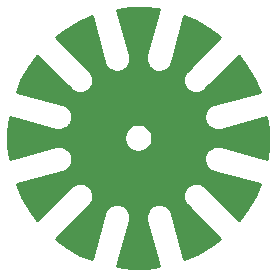
<source format=gbr>
G04 #@! TF.GenerationSoftware,KiCad,Pcbnew,5.1.6*
G04 #@! TF.CreationDate,2020-07-31T21:35:34+02:00*
G04 #@! TF.ProjectId,motor-encoder-disk,6d6f746f-722d-4656-9e63-6f6465722d64,1*
G04 #@! TF.SameCoordinates,Original*
G04 #@! TF.FileFunction,Copper,L2,Bot*
G04 #@! TF.FilePolarity,Positive*
%FSLAX46Y46*%
G04 Gerber Fmt 4.6, Leading zero omitted, Abs format (unit mm)*
G04 Created by KiCad (PCBNEW 5.1.6) date 2020-07-31 21:35:34*
%MOMM*%
%LPD*%
G01*
G04 APERTURE LIST*
G04 #@! TA.AperFunction,NonConductor*
%ADD10C,0.254000*%
G04 #@! TD*
G04 APERTURE END LIST*
D10*
G36*
X147780857Y-80187466D02*
G01*
X146738261Y-84078491D01*
X146738134Y-84079258D01*
X146737575Y-84081405D01*
X146735960Y-84091598D01*
X146733291Y-84101560D01*
X146732795Y-84104690D01*
X146706530Y-84278366D01*
X146705454Y-84298905D01*
X146704090Y-84319440D01*
X146704212Y-84322606D01*
X146712180Y-84498075D01*
X146715115Y-84518443D01*
X146717764Y-84538841D01*
X146718498Y-84541924D01*
X146760396Y-84712503D01*
X146767231Y-84731911D01*
X146773793Y-84751408D01*
X146775112Y-84754290D01*
X146849344Y-84913482D01*
X146859801Y-84931163D01*
X146870042Y-84949046D01*
X146871896Y-84951616D01*
X146975637Y-85093358D01*
X146989325Y-85108668D01*
X147002847Y-85124223D01*
X147005165Y-85126384D01*
X147134460Y-85245277D01*
X147150886Y-85257655D01*
X147167148Y-85270269D01*
X147169841Y-85271939D01*
X147319767Y-85363454D01*
X147338261Y-85372395D01*
X147356687Y-85381621D01*
X147359650Y-85382734D01*
X147359653Y-85382736D01*
X147359656Y-85382737D01*
X147524500Y-85443387D01*
X147544393Y-85448569D01*
X147564244Y-85454037D01*
X147567363Y-85454553D01*
X147567372Y-85454555D01*
X147567381Y-85454556D01*
X147740857Y-85482032D01*
X147761397Y-85483253D01*
X147781915Y-85484759D01*
X147785082Y-85484660D01*
X147960602Y-85477917D01*
X147980959Y-85475128D01*
X148001408Y-85472617D01*
X148004496Y-85471904D01*
X148175363Y-85431197D01*
X148194781Y-85424511D01*
X148214360Y-85418073D01*
X148217250Y-85416774D01*
X148376957Y-85343655D01*
X148394683Y-85333338D01*
X148412664Y-85323206D01*
X148415247Y-85321370D01*
X148557710Y-85218623D01*
X148573143Y-85205017D01*
X148588765Y-85191627D01*
X148590943Y-85189324D01*
X148710735Y-85060862D01*
X148723249Y-85044495D01*
X148735954Y-85028349D01*
X148737643Y-85025668D01*
X148830202Y-84876385D01*
X148839282Y-84857933D01*
X148848626Y-84839593D01*
X148849757Y-84836643D01*
X148849762Y-84836634D01*
X148849764Y-84836625D01*
X148911562Y-84672217D01*
X148911565Y-84672207D01*
X148915456Y-84661868D01*
X149956514Y-80776590D01*
X150914871Y-81182175D01*
X152034551Y-81819239D01*
X152985348Y-82518654D01*
X150136921Y-85367082D01*
X150136413Y-85367701D01*
X150134856Y-85369280D01*
X150128376Y-85377283D01*
X150121083Y-85384576D01*
X150119089Y-85387039D01*
X150009505Y-85524312D01*
X149998304Y-85541560D01*
X149986854Y-85558664D01*
X149985379Y-85561463D01*
X149985376Y-85561467D01*
X149985376Y-85561468D01*
X149904542Y-85717411D01*
X149896887Y-85736549D01*
X149888995Y-85755509D01*
X149888089Y-85758546D01*
X149839084Y-85927221D01*
X149835302Y-85947433D01*
X149831233Y-85967613D01*
X149830935Y-85970768D01*
X149815626Y-86145748D01*
X149815841Y-86166285D01*
X149815769Y-86186896D01*
X149816090Y-86190049D01*
X149835060Y-86364670D01*
X149839265Y-86384799D01*
X149843193Y-86405006D01*
X149844118Y-86408029D01*
X149844119Y-86408036D01*
X149844122Y-86408042D01*
X149896647Y-86575649D01*
X149904669Y-86594549D01*
X149912459Y-86613636D01*
X149913955Y-86616425D01*
X149913957Y-86616430D01*
X149913960Y-86616434D01*
X149998039Y-86770646D01*
X150009606Y-86787667D01*
X150020929Y-86804839D01*
X150022940Y-86807288D01*
X150135374Y-86942235D01*
X150150023Y-86956682D01*
X150164470Y-86971331D01*
X150166913Y-86973338D01*
X150166918Y-86973343D01*
X150166923Y-86973347D01*
X150303424Y-87083883D01*
X150320580Y-87095195D01*
X150337618Y-87106774D01*
X150340411Y-87108271D01*
X150495787Y-87190191D01*
X150514785Y-87197944D01*
X150533774Y-87206004D01*
X150536805Y-87206930D01*
X150705134Y-87257111D01*
X150725334Y-87261038D01*
X150745470Y-87265244D01*
X150748623Y-87265565D01*
X150923493Y-87282095D01*
X150944069Y-87282023D01*
X150964639Y-87282238D01*
X150967794Y-87281940D01*
X150967796Y-87281940D01*
X151142544Y-87264190D01*
X151162678Y-87260130D01*
X151182937Y-87256339D01*
X151185968Y-87255435D01*
X151185976Y-87255433D01*
X151353948Y-87204078D01*
X151372932Y-87196176D01*
X151392045Y-87188531D01*
X151394848Y-87187053D01*
X151549648Y-87104050D01*
X151566752Y-87092600D01*
X151584000Y-87081399D01*
X151586456Y-87079410D01*
X151586463Y-87079405D01*
X151586469Y-87079399D01*
X151722193Y-86967915D01*
X151722202Y-86967906D01*
X151730739Y-86960900D01*
X154574962Y-84116678D01*
X155202133Y-84947108D01*
X155853265Y-86058649D01*
X156326976Y-87139767D01*
X152435953Y-88182365D01*
X152435222Y-88182640D01*
X152433077Y-88183231D01*
X152423452Y-88186926D01*
X152413490Y-88189595D01*
X152410531Y-88190731D01*
X152246992Y-88254821D01*
X152228663Y-88264160D01*
X152210199Y-88273246D01*
X152207521Y-88274932D01*
X152207518Y-88274934D01*
X152207517Y-88274935D01*
X152059542Y-88369570D01*
X152043381Y-88382287D01*
X152027029Y-88394789D01*
X152024732Y-88396961D01*
X152024726Y-88396966D01*
X152024721Y-88396971D01*
X151897950Y-88518540D01*
X151884574Y-88534145D01*
X151870954Y-88549595D01*
X151869118Y-88552178D01*
X151768370Y-88696063D01*
X151758296Y-88713942D01*
X151747921Y-88731768D01*
X151746622Y-88734659D01*
X151675739Y-88895371D01*
X151669318Y-88914900D01*
X151662614Y-88934370D01*
X151661902Y-88937458D01*
X151623586Y-89108877D01*
X151621082Y-89129270D01*
X151618286Y-89149681D01*
X151618187Y-89152849D01*
X151613895Y-89328444D01*
X151615401Y-89348962D01*
X151616622Y-89369502D01*
X151617139Y-89372628D01*
X151647036Y-89545714D01*
X151652494Y-89565530D01*
X151657686Y-89585460D01*
X151658801Y-89588426D01*
X151721748Y-89752410D01*
X151730970Y-89770827D01*
X151739916Y-89789330D01*
X151741586Y-89792024D01*
X151835185Y-89940656D01*
X151847795Y-89956912D01*
X151860177Y-89973344D01*
X151862338Y-89975662D01*
X151983025Y-90103284D01*
X151998520Y-90116754D01*
X152013889Y-90130495D01*
X152016460Y-90132349D01*
X152159637Y-90234100D01*
X152177494Y-90244327D01*
X152195201Y-90254798D01*
X152198082Y-90256118D01*
X152358295Y-90328120D01*
X152377777Y-90334676D01*
X152397200Y-90341516D01*
X152400282Y-90342250D01*
X152571429Y-90381763D01*
X152591839Y-90384414D01*
X152612197Y-90387347D01*
X152615363Y-90387469D01*
X152615364Y-90387469D01*
X152790926Y-90392986D01*
X152811426Y-90391624D01*
X152832001Y-90390546D01*
X152835131Y-90390050D01*
X153008422Y-90361362D01*
X153008433Y-90361359D01*
X153019330Y-90359560D01*
X156904610Y-89318503D01*
X157032542Y-90351266D01*
X157040668Y-91639454D01*
X156910355Y-92812582D01*
X153019330Y-91769986D01*
X153018563Y-91769859D01*
X153016416Y-91769300D01*
X153006223Y-91767685D01*
X152996261Y-91765016D01*
X152993131Y-91764520D01*
X152819455Y-91738255D01*
X152798916Y-91737179D01*
X152778381Y-91735815D01*
X152775215Y-91735937D01*
X152775214Y-91735937D01*
X152599747Y-91743905D01*
X152579380Y-91746839D01*
X152558980Y-91749489D01*
X152555897Y-91750223D01*
X152385318Y-91792121D01*
X152365935Y-91798947D01*
X152346413Y-91805517D01*
X152343531Y-91806837D01*
X152184339Y-91881069D01*
X152166641Y-91891535D01*
X152148776Y-91901767D01*
X152146205Y-91903621D01*
X152004463Y-92007361D01*
X151989108Y-92021090D01*
X151973598Y-92034573D01*
X151971437Y-92036890D01*
X151852544Y-92166185D01*
X151840162Y-92182616D01*
X151827552Y-92198873D01*
X151825882Y-92201566D01*
X151734367Y-92351491D01*
X151725406Y-92370028D01*
X151716200Y-92388412D01*
X151715085Y-92391378D01*
X151654434Y-92556225D01*
X151649263Y-92576079D01*
X151643784Y-92595969D01*
X151643267Y-92599095D01*
X151615789Y-92772582D01*
X151614568Y-92793123D01*
X151613062Y-92813640D01*
X151613161Y-92816807D01*
X151619904Y-92992327D01*
X151622693Y-93012684D01*
X151625204Y-93033133D01*
X151625917Y-93036221D01*
X151666624Y-93207088D01*
X151673310Y-93226506D01*
X151679748Y-93246085D01*
X151681047Y-93248975D01*
X151754166Y-93408682D01*
X151764483Y-93426408D01*
X151774615Y-93444389D01*
X151776451Y-93446972D01*
X151879198Y-93589435D01*
X151892804Y-93604868D01*
X151906194Y-93620490D01*
X151908497Y-93622668D01*
X152036959Y-93742460D01*
X152053326Y-93754974D01*
X152069472Y-93767679D01*
X152072153Y-93769368D01*
X152221436Y-93861927D01*
X152239888Y-93871007D01*
X152258228Y-93880351D01*
X152261178Y-93881482D01*
X152261187Y-93881487D01*
X152261196Y-93881489D01*
X152425604Y-93943287D01*
X152425614Y-93943290D01*
X152435953Y-93947181D01*
X156321231Y-94988239D01*
X155915642Y-95946603D01*
X155278582Y-97066276D01*
X154579167Y-98017073D01*
X151730739Y-95168646D01*
X151730120Y-95168138D01*
X151728541Y-95166581D01*
X151720538Y-95160101D01*
X151713245Y-95152808D01*
X151710782Y-95150814D01*
X151573509Y-95041230D01*
X151556261Y-95030029D01*
X151539157Y-95018579D01*
X151536358Y-95017104D01*
X151536354Y-95017101D01*
X151536350Y-95017099D01*
X151380410Y-94936267D01*
X151361272Y-94928612D01*
X151342312Y-94920720D01*
X151339279Y-94919815D01*
X151339273Y-94919813D01*
X151170600Y-94870809D01*
X151150388Y-94867027D01*
X151130208Y-94862958D01*
X151127055Y-94862660D01*
X151127053Y-94862660D01*
X150952073Y-94847351D01*
X150931535Y-94847566D01*
X150910924Y-94847494D01*
X150907772Y-94847815D01*
X150733151Y-94866785D01*
X150713022Y-94870990D01*
X150692815Y-94874918D01*
X150689792Y-94875843D01*
X150689785Y-94875844D01*
X150689779Y-94875847D01*
X150522172Y-94928372D01*
X150503257Y-94936401D01*
X150484184Y-94944184D01*
X150481396Y-94945680D01*
X150481391Y-94945682D01*
X150481387Y-94945685D01*
X150327175Y-95029764D01*
X150310177Y-95041316D01*
X150292982Y-95052654D01*
X150290533Y-95054666D01*
X150155585Y-95167099D01*
X150141139Y-95181749D01*
X150126489Y-95196195D01*
X150124478Y-95198644D01*
X150013938Y-95335149D01*
X150002620Y-95352313D01*
X149991047Y-95369343D01*
X149989553Y-95372131D01*
X149989550Y-95372135D01*
X149989550Y-95372136D01*
X149907630Y-95527512D01*
X149899882Y-95546498D01*
X149891817Y-95565499D01*
X149890891Y-95568529D01*
X149840710Y-95736859D01*
X149836785Y-95757051D01*
X149832577Y-95777194D01*
X149832256Y-95780347D01*
X149815726Y-95955218D01*
X149815798Y-95975794D01*
X149815583Y-95996364D01*
X149815881Y-95999519D01*
X149833631Y-96174269D01*
X149837691Y-96194403D01*
X149841482Y-96214662D01*
X149842388Y-96217699D01*
X149893743Y-96385673D01*
X149901645Y-96404657D01*
X149909290Y-96423770D01*
X149910768Y-96426573D01*
X149993771Y-96581373D01*
X150005221Y-96598477D01*
X150016422Y-96615725D01*
X150018411Y-96618181D01*
X150018416Y-96618188D01*
X150018422Y-96618194D01*
X150129906Y-96753918D01*
X150129915Y-96753927D01*
X150136921Y-96762464D01*
X152981143Y-99606687D01*
X152150713Y-100233858D01*
X151039168Y-100884992D01*
X149958054Y-101358701D01*
X148915456Y-97467678D01*
X148915181Y-97466947D01*
X148914590Y-97464802D01*
X148910895Y-97455177D01*
X148908226Y-97445215D01*
X148907090Y-97442256D01*
X148843000Y-97278717D01*
X148833661Y-97260388D01*
X148824575Y-97241924D01*
X148822886Y-97239242D01*
X148728251Y-97091267D01*
X148715534Y-97075106D01*
X148703032Y-97058754D01*
X148700860Y-97056457D01*
X148700855Y-97056451D01*
X148700850Y-97056446D01*
X148579281Y-96929675D01*
X148563676Y-96916299D01*
X148548226Y-96902679D01*
X148545643Y-96900843D01*
X148401758Y-96800095D01*
X148383879Y-96790021D01*
X148366053Y-96779646D01*
X148363162Y-96778347D01*
X148202450Y-96707464D01*
X148182921Y-96701043D01*
X148163451Y-96694339D01*
X148160366Y-96693628D01*
X148160364Y-96693627D01*
X148160362Y-96693627D01*
X147988944Y-96655311D01*
X147968551Y-96652807D01*
X147948140Y-96650011D01*
X147944972Y-96649912D01*
X147769377Y-96645620D01*
X147748859Y-96647126D01*
X147728319Y-96648347D01*
X147725193Y-96648864D01*
X147552107Y-96678761D01*
X147532274Y-96684224D01*
X147512362Y-96689411D01*
X147509395Y-96690526D01*
X147345412Y-96753473D01*
X147327025Y-96762680D01*
X147308490Y-96771641D01*
X147305801Y-96773308D01*
X147305798Y-96773310D01*
X147305797Y-96773311D01*
X147157164Y-96866911D01*
X147140935Y-96879500D01*
X147124477Y-96891902D01*
X147122159Y-96894063D01*
X146994537Y-97014749D01*
X146981050Y-97030264D01*
X146967326Y-97045614D01*
X146965472Y-97048185D01*
X146863721Y-97191362D01*
X146853504Y-97209202D01*
X146843023Y-97226925D01*
X146841704Y-97229807D01*
X146769701Y-97390020D01*
X146763145Y-97409502D01*
X146756305Y-97428925D01*
X146755571Y-97432007D01*
X146716058Y-97603154D01*
X146713407Y-97623564D01*
X146710474Y-97643922D01*
X146710352Y-97647089D01*
X146704835Y-97822651D01*
X146706197Y-97843151D01*
X146707275Y-97863726D01*
X146707771Y-97866856D01*
X146736459Y-98040147D01*
X146736462Y-98040158D01*
X146738261Y-98051055D01*
X147779318Y-101936335D01*
X146746555Y-102064267D01*
X145458367Y-102072393D01*
X144285238Y-101942080D01*
X145327835Y-98051056D01*
X145327962Y-98050286D01*
X145328521Y-98048141D01*
X145330136Y-98037948D01*
X145332805Y-98027986D01*
X145333301Y-98024855D01*
X145359566Y-97851180D01*
X145360642Y-97830641D01*
X145362006Y-97810106D01*
X145361884Y-97806940D01*
X145353916Y-97631472D01*
X145350981Y-97611103D01*
X145348332Y-97590705D01*
X145347598Y-97587622D01*
X145305700Y-97417043D01*
X145298874Y-97397660D01*
X145292304Y-97378138D01*
X145290984Y-97375256D01*
X145216752Y-97216064D01*
X145206286Y-97198366D01*
X145196054Y-97180501D01*
X145194200Y-97177930D01*
X145090460Y-97036188D01*
X145076731Y-97020833D01*
X145063248Y-97005323D01*
X145060931Y-97003162D01*
X144931636Y-96884269D01*
X144915205Y-96871887D01*
X144898948Y-96859277D01*
X144896255Y-96857607D01*
X144746330Y-96766092D01*
X144727793Y-96757131D01*
X144709409Y-96747925D01*
X144706443Y-96746810D01*
X144541596Y-96686159D01*
X144521742Y-96680988D01*
X144501852Y-96675509D01*
X144498726Y-96674992D01*
X144325239Y-96647514D01*
X144304698Y-96646293D01*
X144284181Y-96644787D01*
X144281013Y-96644886D01*
X144105494Y-96651629D01*
X144085133Y-96654418D01*
X144064688Y-96656929D01*
X144061600Y-96657642D01*
X143890733Y-96698349D01*
X143871315Y-96705035D01*
X143851736Y-96711473D01*
X143848846Y-96712772D01*
X143689139Y-96785891D01*
X143671374Y-96796231D01*
X143653432Y-96806340D01*
X143650849Y-96808176D01*
X143508386Y-96910923D01*
X143492972Y-96924513D01*
X143477330Y-96937919D01*
X143475153Y-96940222D01*
X143355361Y-97068684D01*
X143342847Y-97085051D01*
X143330142Y-97101197D01*
X143328453Y-97103878D01*
X143235894Y-97253161D01*
X143226808Y-97271627D01*
X143217470Y-97289953D01*
X143216339Y-97292903D01*
X143216334Y-97292912D01*
X143216332Y-97292921D01*
X143154549Y-97457289D01*
X143150639Y-97467679D01*
X142109582Y-101352956D01*
X141151218Y-100947367D01*
X140031545Y-100310307D01*
X139080748Y-99610891D01*
X141929175Y-96762465D01*
X141929687Y-96761841D01*
X141931240Y-96760266D01*
X141937721Y-96752262D01*
X141945013Y-96744970D01*
X141947007Y-96742507D01*
X142056591Y-96605234D01*
X142067792Y-96587986D01*
X142079242Y-96570882D01*
X142080720Y-96568079D01*
X142161554Y-96412135D01*
X142169204Y-96393009D01*
X142177101Y-96374037D01*
X142178007Y-96371000D01*
X142227011Y-96202326D01*
X142230787Y-96182151D01*
X142234863Y-96161934D01*
X142235161Y-96158779D01*
X142250470Y-95983798D01*
X142250255Y-95963260D01*
X142250327Y-95942649D01*
X142250006Y-95939497D01*
X142231036Y-95764876D01*
X142226831Y-95744747D01*
X142222903Y-95724540D01*
X142221978Y-95721517D01*
X142221977Y-95721510D01*
X142221974Y-95721504D01*
X142169449Y-95553897D01*
X142161420Y-95534982D01*
X142153637Y-95515909D01*
X142152139Y-95513117D01*
X142152139Y-95513116D01*
X142152136Y-95513112D01*
X142068057Y-95358900D01*
X142056505Y-95341902D01*
X142045167Y-95324707D01*
X142043155Y-95322258D01*
X141930722Y-95187310D01*
X141916072Y-95172864D01*
X141901626Y-95158214D01*
X141899177Y-95156203D01*
X141762672Y-95045663D01*
X141745508Y-95034345D01*
X141728478Y-95022772D01*
X141725690Y-95021278D01*
X141725686Y-95021275D01*
X141725682Y-95021273D01*
X141570309Y-94939355D01*
X141551323Y-94931607D01*
X141532322Y-94923542D01*
X141529292Y-94922616D01*
X141360962Y-94872435D01*
X141340770Y-94868510D01*
X141320627Y-94864302D01*
X141317474Y-94863981D01*
X141142603Y-94847451D01*
X141122027Y-94847523D01*
X141101457Y-94847308D01*
X141098302Y-94847606D01*
X141098300Y-94847606D01*
X140923552Y-94865356D01*
X140903411Y-94869417D01*
X140883159Y-94873207D01*
X140880130Y-94874111D01*
X140880123Y-94874112D01*
X140880117Y-94874115D01*
X140712148Y-94925468D01*
X140693164Y-94933370D01*
X140674051Y-94941015D01*
X140671248Y-94942493D01*
X140516448Y-95025496D01*
X140499344Y-95036946D01*
X140482096Y-95048147D01*
X140479640Y-95050136D01*
X140479633Y-95050141D01*
X140479627Y-95050147D01*
X140344042Y-95161518D01*
X140335356Y-95168646D01*
X137491134Y-98012868D01*
X136863963Y-97182438D01*
X136212829Y-96070893D01*
X135739120Y-94989778D01*
X139630142Y-93947182D01*
X139630881Y-93946904D01*
X139633019Y-93946315D01*
X139642644Y-93942620D01*
X139652606Y-93939951D01*
X139655565Y-93938815D01*
X139819104Y-93874725D01*
X139837433Y-93865386D01*
X139855897Y-93856300D01*
X139858570Y-93854616D01*
X139858578Y-93854612D01*
X139858585Y-93854607D01*
X140006554Y-93759977D01*
X140022717Y-93747258D01*
X140039066Y-93734758D01*
X140041369Y-93732580D01*
X140168146Y-93611006D01*
X140181520Y-93595403D01*
X140195142Y-93579951D01*
X140196978Y-93577367D01*
X140297726Y-93433483D01*
X140307800Y-93415604D01*
X140318175Y-93397778D01*
X140319474Y-93394887D01*
X140390356Y-93234176D01*
X140396773Y-93214659D01*
X140403482Y-93195176D01*
X140404194Y-93192088D01*
X140442510Y-93020669D01*
X140445014Y-93000272D01*
X140447810Y-92979865D01*
X140447909Y-92976698D01*
X140452201Y-92801102D01*
X140450695Y-92780586D01*
X140449474Y-92760044D01*
X140448957Y-92756918D01*
X140419060Y-92583832D01*
X140413597Y-92563999D01*
X140408410Y-92544087D01*
X140407295Y-92541120D01*
X140344348Y-92377137D01*
X140335141Y-92358750D01*
X140326180Y-92340215D01*
X140324510Y-92337522D01*
X140230910Y-92188889D01*
X140218321Y-92172660D01*
X140205919Y-92156202D01*
X140203758Y-92153884D01*
X140083072Y-92026262D01*
X140067557Y-92012775D01*
X140052207Y-91999051D01*
X140049636Y-91997197D01*
X139906459Y-91895446D01*
X139888619Y-91885229D01*
X139870896Y-91874748D01*
X139868019Y-91873431D01*
X139868015Y-91873429D01*
X139868011Y-91873428D01*
X139707801Y-91801426D01*
X139688319Y-91794870D01*
X139668896Y-91788030D01*
X139665814Y-91787296D01*
X139494667Y-91747783D01*
X139474257Y-91745132D01*
X139453899Y-91742199D01*
X139450733Y-91742077D01*
X139450732Y-91742077D01*
X139275170Y-91736560D01*
X139254668Y-91737922D01*
X139234096Y-91739000D01*
X139230967Y-91739496D01*
X139230963Y-91739496D01*
X139057674Y-91768184D01*
X139057665Y-91768186D01*
X139046765Y-91769986D01*
X135161486Y-92811044D01*
X135033554Y-91778280D01*
X135028314Y-90947446D01*
X144841812Y-90947446D01*
X144841812Y-91182100D01*
X144887590Y-91412244D01*
X144977388Y-91629035D01*
X145107754Y-91824142D01*
X145273679Y-91990067D01*
X145468786Y-92120433D01*
X145685577Y-92210231D01*
X145915721Y-92256009D01*
X146150375Y-92256009D01*
X146380519Y-92210231D01*
X146597310Y-92120433D01*
X146792417Y-91990067D01*
X146958342Y-91824142D01*
X147088708Y-91629035D01*
X147178506Y-91412244D01*
X147224284Y-91182100D01*
X147224284Y-90947446D01*
X147178506Y-90717302D01*
X147088708Y-90500511D01*
X146958342Y-90305404D01*
X146792417Y-90139479D01*
X146597310Y-90009113D01*
X146380519Y-89919315D01*
X146150375Y-89873537D01*
X145915721Y-89873537D01*
X145685577Y-89919315D01*
X145468786Y-90009113D01*
X145273679Y-90139479D01*
X145107754Y-90305404D01*
X144977388Y-90500511D01*
X144887590Y-90717302D01*
X144841812Y-90947446D01*
X135028314Y-90947446D01*
X135025428Y-90490092D01*
X135155741Y-89316963D01*
X139046765Y-90359560D01*
X139047535Y-90359687D01*
X139049680Y-90360246D01*
X139059873Y-90361861D01*
X139069835Y-90364530D01*
X139072966Y-90365026D01*
X139246641Y-90391291D01*
X139267180Y-90392367D01*
X139287715Y-90393731D01*
X139290881Y-90393609D01*
X139290882Y-90393609D01*
X139466350Y-90385641D01*
X139486721Y-90382706D01*
X139507116Y-90380057D01*
X139510199Y-90379323D01*
X139680778Y-90337425D01*
X139700186Y-90330590D01*
X139719683Y-90324028D01*
X139722565Y-90322709D01*
X139881757Y-90248477D01*
X139899438Y-90238020D01*
X139917321Y-90227779D01*
X139919891Y-90225925D01*
X140061633Y-90122184D01*
X140076943Y-90108496D01*
X140092498Y-90094974D01*
X140094659Y-90092656D01*
X140213552Y-89963361D01*
X140225930Y-89946935D01*
X140238544Y-89930673D01*
X140240214Y-89927980D01*
X140331729Y-89778054D01*
X140340670Y-89759560D01*
X140349896Y-89741134D01*
X140351011Y-89738167D01*
X140411662Y-89573321D01*
X140416844Y-89553428D01*
X140422312Y-89533577D01*
X140422828Y-89530458D01*
X140422830Y-89530449D01*
X140422831Y-89530440D01*
X140450307Y-89356964D01*
X140451528Y-89336424D01*
X140453034Y-89315906D01*
X140452935Y-89312738D01*
X140446192Y-89137219D01*
X140443403Y-89116858D01*
X140440892Y-89096413D01*
X140440179Y-89093325D01*
X140399472Y-88922458D01*
X140392786Y-88903040D01*
X140386348Y-88883461D01*
X140385049Y-88880571D01*
X140311930Y-88720864D01*
X140301590Y-88703099D01*
X140291481Y-88685157D01*
X140289645Y-88682574D01*
X140186898Y-88540111D01*
X140173308Y-88524697D01*
X140159902Y-88509055D01*
X140157599Y-88506878D01*
X140029137Y-88387086D01*
X140012762Y-88374566D01*
X139996624Y-88361867D01*
X139993943Y-88360178D01*
X139844660Y-88267619D01*
X139826194Y-88258533D01*
X139807868Y-88249195D01*
X139804918Y-88248064D01*
X139804909Y-88248059D01*
X139804900Y-88248057D01*
X139640491Y-88186259D01*
X139630142Y-88182364D01*
X135744865Y-87141307D01*
X136150450Y-86182950D01*
X136787514Y-85063270D01*
X137486930Y-84112473D01*
X140335356Y-86960900D01*
X140335980Y-86961412D01*
X140337555Y-86962965D01*
X140345559Y-86969446D01*
X140352851Y-86976738D01*
X140355314Y-86978732D01*
X140492587Y-87088316D01*
X140509835Y-87099517D01*
X140526939Y-87110967D01*
X140529742Y-87112445D01*
X140685686Y-87193279D01*
X140704812Y-87200929D01*
X140723784Y-87208826D01*
X140726817Y-87209731D01*
X140726823Y-87209733D01*
X140895495Y-87258736D01*
X140915670Y-87262512D01*
X140935887Y-87266588D01*
X140939040Y-87266886D01*
X140939042Y-87266886D01*
X141114023Y-87282195D01*
X141134560Y-87281980D01*
X141155171Y-87282052D01*
X141158324Y-87281731D01*
X141332945Y-87262761D01*
X141353074Y-87258556D01*
X141373281Y-87254628D01*
X141376304Y-87253703D01*
X141376311Y-87253702D01*
X141376317Y-87253699D01*
X141543924Y-87201174D01*
X141562824Y-87193152D01*
X141581911Y-87185362D01*
X141584700Y-87183866D01*
X141584705Y-87183864D01*
X141584709Y-87183861D01*
X141738921Y-87099782D01*
X141755942Y-87088215D01*
X141773114Y-87076892D01*
X141775563Y-87074881D01*
X141910510Y-86962447D01*
X141924957Y-86947798D01*
X141939606Y-86933351D01*
X141941613Y-86930908D01*
X141941618Y-86930903D01*
X141941622Y-86930898D01*
X142052158Y-86794397D01*
X142063470Y-86777241D01*
X142075049Y-86760203D01*
X142076546Y-86757410D01*
X142158466Y-86602034D01*
X142166219Y-86583036D01*
X142174279Y-86564047D01*
X142175205Y-86561016D01*
X142225386Y-86392687D01*
X142229313Y-86372487D01*
X142233519Y-86352351D01*
X142233840Y-86349198D01*
X142250370Y-86174328D01*
X142250298Y-86153752D01*
X142250513Y-86133182D01*
X142250215Y-86130027D01*
X142232465Y-85955277D01*
X142228404Y-85935136D01*
X142224614Y-85914884D01*
X142223710Y-85911855D01*
X142223709Y-85911848D01*
X142223706Y-85911842D01*
X142172353Y-85743873D01*
X142164451Y-85724889D01*
X142156806Y-85705776D01*
X142155328Y-85702973D01*
X142072325Y-85548173D01*
X142060875Y-85531069D01*
X142049674Y-85513821D01*
X142047685Y-85511365D01*
X142047680Y-85511358D01*
X142047674Y-85511352D01*
X141936189Y-85375628D01*
X141936188Y-85375627D01*
X141929175Y-85367081D01*
X139084953Y-82522860D01*
X139915383Y-81895688D01*
X141026924Y-81244556D01*
X142108043Y-80770845D01*
X143150639Y-84661867D01*
X143150917Y-84662606D01*
X143151506Y-84664744D01*
X143155201Y-84674369D01*
X143157870Y-84684331D01*
X143159006Y-84687290D01*
X143223096Y-84850829D01*
X143232435Y-84869158D01*
X143241521Y-84887622D01*
X143243205Y-84890295D01*
X143243209Y-84890303D01*
X143243214Y-84890310D01*
X143337844Y-85038279D01*
X143350563Y-85054442D01*
X143363063Y-85070791D01*
X143365241Y-85073094D01*
X143486815Y-85199871D01*
X143502418Y-85213245D01*
X143517870Y-85226867D01*
X143520449Y-85228700D01*
X143520452Y-85228702D01*
X143520454Y-85228703D01*
X143664338Y-85329451D01*
X143682217Y-85339525D01*
X143700043Y-85349900D01*
X143702934Y-85351199D01*
X143863645Y-85422081D01*
X143883162Y-85428498D01*
X143902645Y-85435207D01*
X143905726Y-85435917D01*
X143905731Y-85435919D01*
X143905735Y-85435920D01*
X144077152Y-85474235D01*
X144097549Y-85476739D01*
X144117956Y-85479535D01*
X144121123Y-85479634D01*
X144296719Y-85483926D01*
X144317235Y-85482420D01*
X144337777Y-85481199D01*
X144340903Y-85480682D01*
X144513989Y-85450785D01*
X144533805Y-85445327D01*
X144553735Y-85440135D01*
X144556701Y-85439020D01*
X144720685Y-85376073D01*
X144739102Y-85366851D01*
X144757605Y-85357905D01*
X144760295Y-85356238D01*
X144760301Y-85356234D01*
X144908931Y-85262636D01*
X144925187Y-85250026D01*
X144941619Y-85237644D01*
X144943937Y-85235483D01*
X145071559Y-85114796D01*
X145085029Y-85099301D01*
X145098770Y-85083932D01*
X145100624Y-85081361D01*
X145202375Y-84938184D01*
X145212602Y-84920327D01*
X145223073Y-84902620D01*
X145224393Y-84899739D01*
X145296395Y-84739526D01*
X145302951Y-84720044D01*
X145309791Y-84700621D01*
X145310525Y-84697539D01*
X145350038Y-84526392D01*
X145352689Y-84505982D01*
X145355622Y-84485624D01*
X145355744Y-84482457D01*
X145361261Y-84306895D01*
X145359899Y-84286393D01*
X145358821Y-84265821D01*
X145358325Y-84262691D01*
X145329637Y-84089399D01*
X145329635Y-84089390D01*
X145327835Y-84078490D01*
X144286777Y-80193211D01*
X145319541Y-80065279D01*
X146607729Y-80057153D01*
X147780857Y-80187466D01*
G37*
X147780857Y-80187466D02*
X146738261Y-84078491D01*
X146738134Y-84079258D01*
X146737575Y-84081405D01*
X146735960Y-84091598D01*
X146733291Y-84101560D01*
X146732795Y-84104690D01*
X146706530Y-84278366D01*
X146705454Y-84298905D01*
X146704090Y-84319440D01*
X146704212Y-84322606D01*
X146712180Y-84498075D01*
X146715115Y-84518443D01*
X146717764Y-84538841D01*
X146718498Y-84541924D01*
X146760396Y-84712503D01*
X146767231Y-84731911D01*
X146773793Y-84751408D01*
X146775112Y-84754290D01*
X146849344Y-84913482D01*
X146859801Y-84931163D01*
X146870042Y-84949046D01*
X146871896Y-84951616D01*
X146975637Y-85093358D01*
X146989325Y-85108668D01*
X147002847Y-85124223D01*
X147005165Y-85126384D01*
X147134460Y-85245277D01*
X147150886Y-85257655D01*
X147167148Y-85270269D01*
X147169841Y-85271939D01*
X147319767Y-85363454D01*
X147338261Y-85372395D01*
X147356687Y-85381621D01*
X147359650Y-85382734D01*
X147359653Y-85382736D01*
X147359656Y-85382737D01*
X147524500Y-85443387D01*
X147544393Y-85448569D01*
X147564244Y-85454037D01*
X147567363Y-85454553D01*
X147567372Y-85454555D01*
X147567381Y-85454556D01*
X147740857Y-85482032D01*
X147761397Y-85483253D01*
X147781915Y-85484759D01*
X147785082Y-85484660D01*
X147960602Y-85477917D01*
X147980959Y-85475128D01*
X148001408Y-85472617D01*
X148004496Y-85471904D01*
X148175363Y-85431197D01*
X148194781Y-85424511D01*
X148214360Y-85418073D01*
X148217250Y-85416774D01*
X148376957Y-85343655D01*
X148394683Y-85333338D01*
X148412664Y-85323206D01*
X148415247Y-85321370D01*
X148557710Y-85218623D01*
X148573143Y-85205017D01*
X148588765Y-85191627D01*
X148590943Y-85189324D01*
X148710735Y-85060862D01*
X148723249Y-85044495D01*
X148735954Y-85028349D01*
X148737643Y-85025668D01*
X148830202Y-84876385D01*
X148839282Y-84857933D01*
X148848626Y-84839593D01*
X148849757Y-84836643D01*
X148849762Y-84836634D01*
X148849764Y-84836625D01*
X148911562Y-84672217D01*
X148911565Y-84672207D01*
X148915456Y-84661868D01*
X149956514Y-80776590D01*
X150914871Y-81182175D01*
X152034551Y-81819239D01*
X152985348Y-82518654D01*
X150136921Y-85367082D01*
X150136413Y-85367701D01*
X150134856Y-85369280D01*
X150128376Y-85377283D01*
X150121083Y-85384576D01*
X150119089Y-85387039D01*
X150009505Y-85524312D01*
X149998304Y-85541560D01*
X149986854Y-85558664D01*
X149985379Y-85561463D01*
X149985376Y-85561467D01*
X149985376Y-85561468D01*
X149904542Y-85717411D01*
X149896887Y-85736549D01*
X149888995Y-85755509D01*
X149888089Y-85758546D01*
X149839084Y-85927221D01*
X149835302Y-85947433D01*
X149831233Y-85967613D01*
X149830935Y-85970768D01*
X149815626Y-86145748D01*
X149815841Y-86166285D01*
X149815769Y-86186896D01*
X149816090Y-86190049D01*
X149835060Y-86364670D01*
X149839265Y-86384799D01*
X149843193Y-86405006D01*
X149844118Y-86408029D01*
X149844119Y-86408036D01*
X149844122Y-86408042D01*
X149896647Y-86575649D01*
X149904669Y-86594549D01*
X149912459Y-86613636D01*
X149913955Y-86616425D01*
X149913957Y-86616430D01*
X149913960Y-86616434D01*
X149998039Y-86770646D01*
X150009606Y-86787667D01*
X150020929Y-86804839D01*
X150022940Y-86807288D01*
X150135374Y-86942235D01*
X150150023Y-86956682D01*
X150164470Y-86971331D01*
X150166913Y-86973338D01*
X150166918Y-86973343D01*
X150166923Y-86973347D01*
X150303424Y-87083883D01*
X150320580Y-87095195D01*
X150337618Y-87106774D01*
X150340411Y-87108271D01*
X150495787Y-87190191D01*
X150514785Y-87197944D01*
X150533774Y-87206004D01*
X150536805Y-87206930D01*
X150705134Y-87257111D01*
X150725334Y-87261038D01*
X150745470Y-87265244D01*
X150748623Y-87265565D01*
X150923493Y-87282095D01*
X150944069Y-87282023D01*
X150964639Y-87282238D01*
X150967794Y-87281940D01*
X150967796Y-87281940D01*
X151142544Y-87264190D01*
X151162678Y-87260130D01*
X151182937Y-87256339D01*
X151185968Y-87255435D01*
X151185976Y-87255433D01*
X151353948Y-87204078D01*
X151372932Y-87196176D01*
X151392045Y-87188531D01*
X151394848Y-87187053D01*
X151549648Y-87104050D01*
X151566752Y-87092600D01*
X151584000Y-87081399D01*
X151586456Y-87079410D01*
X151586463Y-87079405D01*
X151586469Y-87079399D01*
X151722193Y-86967915D01*
X151722202Y-86967906D01*
X151730739Y-86960900D01*
X154574962Y-84116678D01*
X155202133Y-84947108D01*
X155853265Y-86058649D01*
X156326976Y-87139767D01*
X152435953Y-88182365D01*
X152435222Y-88182640D01*
X152433077Y-88183231D01*
X152423452Y-88186926D01*
X152413490Y-88189595D01*
X152410531Y-88190731D01*
X152246992Y-88254821D01*
X152228663Y-88264160D01*
X152210199Y-88273246D01*
X152207521Y-88274932D01*
X152207518Y-88274934D01*
X152207517Y-88274935D01*
X152059542Y-88369570D01*
X152043381Y-88382287D01*
X152027029Y-88394789D01*
X152024732Y-88396961D01*
X152024726Y-88396966D01*
X152024721Y-88396971D01*
X151897950Y-88518540D01*
X151884574Y-88534145D01*
X151870954Y-88549595D01*
X151869118Y-88552178D01*
X151768370Y-88696063D01*
X151758296Y-88713942D01*
X151747921Y-88731768D01*
X151746622Y-88734659D01*
X151675739Y-88895371D01*
X151669318Y-88914900D01*
X151662614Y-88934370D01*
X151661902Y-88937458D01*
X151623586Y-89108877D01*
X151621082Y-89129270D01*
X151618286Y-89149681D01*
X151618187Y-89152849D01*
X151613895Y-89328444D01*
X151615401Y-89348962D01*
X151616622Y-89369502D01*
X151617139Y-89372628D01*
X151647036Y-89545714D01*
X151652494Y-89565530D01*
X151657686Y-89585460D01*
X151658801Y-89588426D01*
X151721748Y-89752410D01*
X151730970Y-89770827D01*
X151739916Y-89789330D01*
X151741586Y-89792024D01*
X151835185Y-89940656D01*
X151847795Y-89956912D01*
X151860177Y-89973344D01*
X151862338Y-89975662D01*
X151983025Y-90103284D01*
X151998520Y-90116754D01*
X152013889Y-90130495D01*
X152016460Y-90132349D01*
X152159637Y-90234100D01*
X152177494Y-90244327D01*
X152195201Y-90254798D01*
X152198082Y-90256118D01*
X152358295Y-90328120D01*
X152377777Y-90334676D01*
X152397200Y-90341516D01*
X152400282Y-90342250D01*
X152571429Y-90381763D01*
X152591839Y-90384414D01*
X152612197Y-90387347D01*
X152615363Y-90387469D01*
X152615364Y-90387469D01*
X152790926Y-90392986D01*
X152811426Y-90391624D01*
X152832001Y-90390546D01*
X152835131Y-90390050D01*
X153008422Y-90361362D01*
X153008433Y-90361359D01*
X153019330Y-90359560D01*
X156904610Y-89318503D01*
X157032542Y-90351266D01*
X157040668Y-91639454D01*
X156910355Y-92812582D01*
X153019330Y-91769986D01*
X153018563Y-91769859D01*
X153016416Y-91769300D01*
X153006223Y-91767685D01*
X152996261Y-91765016D01*
X152993131Y-91764520D01*
X152819455Y-91738255D01*
X152798916Y-91737179D01*
X152778381Y-91735815D01*
X152775215Y-91735937D01*
X152775214Y-91735937D01*
X152599747Y-91743905D01*
X152579380Y-91746839D01*
X152558980Y-91749489D01*
X152555897Y-91750223D01*
X152385318Y-91792121D01*
X152365935Y-91798947D01*
X152346413Y-91805517D01*
X152343531Y-91806837D01*
X152184339Y-91881069D01*
X152166641Y-91891535D01*
X152148776Y-91901767D01*
X152146205Y-91903621D01*
X152004463Y-92007361D01*
X151989108Y-92021090D01*
X151973598Y-92034573D01*
X151971437Y-92036890D01*
X151852544Y-92166185D01*
X151840162Y-92182616D01*
X151827552Y-92198873D01*
X151825882Y-92201566D01*
X151734367Y-92351491D01*
X151725406Y-92370028D01*
X151716200Y-92388412D01*
X151715085Y-92391378D01*
X151654434Y-92556225D01*
X151649263Y-92576079D01*
X151643784Y-92595969D01*
X151643267Y-92599095D01*
X151615789Y-92772582D01*
X151614568Y-92793123D01*
X151613062Y-92813640D01*
X151613161Y-92816807D01*
X151619904Y-92992327D01*
X151622693Y-93012684D01*
X151625204Y-93033133D01*
X151625917Y-93036221D01*
X151666624Y-93207088D01*
X151673310Y-93226506D01*
X151679748Y-93246085D01*
X151681047Y-93248975D01*
X151754166Y-93408682D01*
X151764483Y-93426408D01*
X151774615Y-93444389D01*
X151776451Y-93446972D01*
X151879198Y-93589435D01*
X151892804Y-93604868D01*
X151906194Y-93620490D01*
X151908497Y-93622668D01*
X152036959Y-93742460D01*
X152053326Y-93754974D01*
X152069472Y-93767679D01*
X152072153Y-93769368D01*
X152221436Y-93861927D01*
X152239888Y-93871007D01*
X152258228Y-93880351D01*
X152261178Y-93881482D01*
X152261187Y-93881487D01*
X152261196Y-93881489D01*
X152425604Y-93943287D01*
X152425614Y-93943290D01*
X152435953Y-93947181D01*
X156321231Y-94988239D01*
X155915642Y-95946603D01*
X155278582Y-97066276D01*
X154579167Y-98017073D01*
X151730739Y-95168646D01*
X151730120Y-95168138D01*
X151728541Y-95166581D01*
X151720538Y-95160101D01*
X151713245Y-95152808D01*
X151710782Y-95150814D01*
X151573509Y-95041230D01*
X151556261Y-95030029D01*
X151539157Y-95018579D01*
X151536358Y-95017104D01*
X151536354Y-95017101D01*
X151536350Y-95017099D01*
X151380410Y-94936267D01*
X151361272Y-94928612D01*
X151342312Y-94920720D01*
X151339279Y-94919815D01*
X151339273Y-94919813D01*
X151170600Y-94870809D01*
X151150388Y-94867027D01*
X151130208Y-94862958D01*
X151127055Y-94862660D01*
X151127053Y-94862660D01*
X150952073Y-94847351D01*
X150931535Y-94847566D01*
X150910924Y-94847494D01*
X150907772Y-94847815D01*
X150733151Y-94866785D01*
X150713022Y-94870990D01*
X150692815Y-94874918D01*
X150689792Y-94875843D01*
X150689785Y-94875844D01*
X150689779Y-94875847D01*
X150522172Y-94928372D01*
X150503257Y-94936401D01*
X150484184Y-94944184D01*
X150481396Y-94945680D01*
X150481391Y-94945682D01*
X150481387Y-94945685D01*
X150327175Y-95029764D01*
X150310177Y-95041316D01*
X150292982Y-95052654D01*
X150290533Y-95054666D01*
X150155585Y-95167099D01*
X150141139Y-95181749D01*
X150126489Y-95196195D01*
X150124478Y-95198644D01*
X150013938Y-95335149D01*
X150002620Y-95352313D01*
X149991047Y-95369343D01*
X149989553Y-95372131D01*
X149989550Y-95372135D01*
X149989550Y-95372136D01*
X149907630Y-95527512D01*
X149899882Y-95546498D01*
X149891817Y-95565499D01*
X149890891Y-95568529D01*
X149840710Y-95736859D01*
X149836785Y-95757051D01*
X149832577Y-95777194D01*
X149832256Y-95780347D01*
X149815726Y-95955218D01*
X149815798Y-95975794D01*
X149815583Y-95996364D01*
X149815881Y-95999519D01*
X149833631Y-96174269D01*
X149837691Y-96194403D01*
X149841482Y-96214662D01*
X149842388Y-96217699D01*
X149893743Y-96385673D01*
X149901645Y-96404657D01*
X149909290Y-96423770D01*
X149910768Y-96426573D01*
X149993771Y-96581373D01*
X150005221Y-96598477D01*
X150016422Y-96615725D01*
X150018411Y-96618181D01*
X150018416Y-96618188D01*
X150018422Y-96618194D01*
X150129906Y-96753918D01*
X150129915Y-96753927D01*
X150136921Y-96762464D01*
X152981143Y-99606687D01*
X152150713Y-100233858D01*
X151039168Y-100884992D01*
X149958054Y-101358701D01*
X148915456Y-97467678D01*
X148915181Y-97466947D01*
X148914590Y-97464802D01*
X148910895Y-97455177D01*
X148908226Y-97445215D01*
X148907090Y-97442256D01*
X148843000Y-97278717D01*
X148833661Y-97260388D01*
X148824575Y-97241924D01*
X148822886Y-97239242D01*
X148728251Y-97091267D01*
X148715534Y-97075106D01*
X148703032Y-97058754D01*
X148700860Y-97056457D01*
X148700855Y-97056451D01*
X148700850Y-97056446D01*
X148579281Y-96929675D01*
X148563676Y-96916299D01*
X148548226Y-96902679D01*
X148545643Y-96900843D01*
X148401758Y-96800095D01*
X148383879Y-96790021D01*
X148366053Y-96779646D01*
X148363162Y-96778347D01*
X148202450Y-96707464D01*
X148182921Y-96701043D01*
X148163451Y-96694339D01*
X148160366Y-96693628D01*
X148160364Y-96693627D01*
X148160362Y-96693627D01*
X147988944Y-96655311D01*
X147968551Y-96652807D01*
X147948140Y-96650011D01*
X147944972Y-96649912D01*
X147769377Y-96645620D01*
X147748859Y-96647126D01*
X147728319Y-96648347D01*
X147725193Y-96648864D01*
X147552107Y-96678761D01*
X147532274Y-96684224D01*
X147512362Y-96689411D01*
X147509395Y-96690526D01*
X147345412Y-96753473D01*
X147327025Y-96762680D01*
X147308490Y-96771641D01*
X147305801Y-96773308D01*
X147305798Y-96773310D01*
X147305797Y-96773311D01*
X147157164Y-96866911D01*
X147140935Y-96879500D01*
X147124477Y-96891902D01*
X147122159Y-96894063D01*
X146994537Y-97014749D01*
X146981050Y-97030264D01*
X146967326Y-97045614D01*
X146965472Y-97048185D01*
X146863721Y-97191362D01*
X146853504Y-97209202D01*
X146843023Y-97226925D01*
X146841704Y-97229807D01*
X146769701Y-97390020D01*
X146763145Y-97409502D01*
X146756305Y-97428925D01*
X146755571Y-97432007D01*
X146716058Y-97603154D01*
X146713407Y-97623564D01*
X146710474Y-97643922D01*
X146710352Y-97647089D01*
X146704835Y-97822651D01*
X146706197Y-97843151D01*
X146707275Y-97863726D01*
X146707771Y-97866856D01*
X146736459Y-98040147D01*
X146736462Y-98040158D01*
X146738261Y-98051055D01*
X147779318Y-101936335D01*
X146746555Y-102064267D01*
X145458367Y-102072393D01*
X144285238Y-101942080D01*
X145327835Y-98051056D01*
X145327962Y-98050286D01*
X145328521Y-98048141D01*
X145330136Y-98037948D01*
X145332805Y-98027986D01*
X145333301Y-98024855D01*
X145359566Y-97851180D01*
X145360642Y-97830641D01*
X145362006Y-97810106D01*
X145361884Y-97806940D01*
X145353916Y-97631472D01*
X145350981Y-97611103D01*
X145348332Y-97590705D01*
X145347598Y-97587622D01*
X145305700Y-97417043D01*
X145298874Y-97397660D01*
X145292304Y-97378138D01*
X145290984Y-97375256D01*
X145216752Y-97216064D01*
X145206286Y-97198366D01*
X145196054Y-97180501D01*
X145194200Y-97177930D01*
X145090460Y-97036188D01*
X145076731Y-97020833D01*
X145063248Y-97005323D01*
X145060931Y-97003162D01*
X144931636Y-96884269D01*
X144915205Y-96871887D01*
X144898948Y-96859277D01*
X144896255Y-96857607D01*
X144746330Y-96766092D01*
X144727793Y-96757131D01*
X144709409Y-96747925D01*
X144706443Y-96746810D01*
X144541596Y-96686159D01*
X144521742Y-96680988D01*
X144501852Y-96675509D01*
X144498726Y-96674992D01*
X144325239Y-96647514D01*
X144304698Y-96646293D01*
X144284181Y-96644787D01*
X144281013Y-96644886D01*
X144105494Y-96651629D01*
X144085133Y-96654418D01*
X144064688Y-96656929D01*
X144061600Y-96657642D01*
X143890733Y-96698349D01*
X143871315Y-96705035D01*
X143851736Y-96711473D01*
X143848846Y-96712772D01*
X143689139Y-96785891D01*
X143671374Y-96796231D01*
X143653432Y-96806340D01*
X143650849Y-96808176D01*
X143508386Y-96910923D01*
X143492972Y-96924513D01*
X143477330Y-96937919D01*
X143475153Y-96940222D01*
X143355361Y-97068684D01*
X143342847Y-97085051D01*
X143330142Y-97101197D01*
X143328453Y-97103878D01*
X143235894Y-97253161D01*
X143226808Y-97271627D01*
X143217470Y-97289953D01*
X143216339Y-97292903D01*
X143216334Y-97292912D01*
X143216332Y-97292921D01*
X143154549Y-97457289D01*
X143150639Y-97467679D01*
X142109582Y-101352956D01*
X141151218Y-100947367D01*
X140031545Y-100310307D01*
X139080748Y-99610891D01*
X141929175Y-96762465D01*
X141929687Y-96761841D01*
X141931240Y-96760266D01*
X141937721Y-96752262D01*
X141945013Y-96744970D01*
X141947007Y-96742507D01*
X142056591Y-96605234D01*
X142067792Y-96587986D01*
X142079242Y-96570882D01*
X142080720Y-96568079D01*
X142161554Y-96412135D01*
X142169204Y-96393009D01*
X142177101Y-96374037D01*
X142178007Y-96371000D01*
X142227011Y-96202326D01*
X142230787Y-96182151D01*
X142234863Y-96161934D01*
X142235161Y-96158779D01*
X142250470Y-95983798D01*
X142250255Y-95963260D01*
X142250327Y-95942649D01*
X142250006Y-95939497D01*
X142231036Y-95764876D01*
X142226831Y-95744747D01*
X142222903Y-95724540D01*
X142221978Y-95721517D01*
X142221977Y-95721510D01*
X142221974Y-95721504D01*
X142169449Y-95553897D01*
X142161420Y-95534982D01*
X142153637Y-95515909D01*
X142152139Y-95513117D01*
X142152139Y-95513116D01*
X142152136Y-95513112D01*
X142068057Y-95358900D01*
X142056505Y-95341902D01*
X142045167Y-95324707D01*
X142043155Y-95322258D01*
X141930722Y-95187310D01*
X141916072Y-95172864D01*
X141901626Y-95158214D01*
X141899177Y-95156203D01*
X141762672Y-95045663D01*
X141745508Y-95034345D01*
X141728478Y-95022772D01*
X141725690Y-95021278D01*
X141725686Y-95021275D01*
X141725682Y-95021273D01*
X141570309Y-94939355D01*
X141551323Y-94931607D01*
X141532322Y-94923542D01*
X141529292Y-94922616D01*
X141360962Y-94872435D01*
X141340770Y-94868510D01*
X141320627Y-94864302D01*
X141317474Y-94863981D01*
X141142603Y-94847451D01*
X141122027Y-94847523D01*
X141101457Y-94847308D01*
X141098302Y-94847606D01*
X141098300Y-94847606D01*
X140923552Y-94865356D01*
X140903411Y-94869417D01*
X140883159Y-94873207D01*
X140880130Y-94874111D01*
X140880123Y-94874112D01*
X140880117Y-94874115D01*
X140712148Y-94925468D01*
X140693164Y-94933370D01*
X140674051Y-94941015D01*
X140671248Y-94942493D01*
X140516448Y-95025496D01*
X140499344Y-95036946D01*
X140482096Y-95048147D01*
X140479640Y-95050136D01*
X140479633Y-95050141D01*
X140479627Y-95050147D01*
X140344042Y-95161518D01*
X140335356Y-95168646D01*
X137491134Y-98012868D01*
X136863963Y-97182438D01*
X136212829Y-96070893D01*
X135739120Y-94989778D01*
X139630142Y-93947182D01*
X139630881Y-93946904D01*
X139633019Y-93946315D01*
X139642644Y-93942620D01*
X139652606Y-93939951D01*
X139655565Y-93938815D01*
X139819104Y-93874725D01*
X139837433Y-93865386D01*
X139855897Y-93856300D01*
X139858570Y-93854616D01*
X139858578Y-93854612D01*
X139858585Y-93854607D01*
X140006554Y-93759977D01*
X140022717Y-93747258D01*
X140039066Y-93734758D01*
X140041369Y-93732580D01*
X140168146Y-93611006D01*
X140181520Y-93595403D01*
X140195142Y-93579951D01*
X140196978Y-93577367D01*
X140297726Y-93433483D01*
X140307800Y-93415604D01*
X140318175Y-93397778D01*
X140319474Y-93394887D01*
X140390356Y-93234176D01*
X140396773Y-93214659D01*
X140403482Y-93195176D01*
X140404194Y-93192088D01*
X140442510Y-93020669D01*
X140445014Y-93000272D01*
X140447810Y-92979865D01*
X140447909Y-92976698D01*
X140452201Y-92801102D01*
X140450695Y-92780586D01*
X140449474Y-92760044D01*
X140448957Y-92756918D01*
X140419060Y-92583832D01*
X140413597Y-92563999D01*
X140408410Y-92544087D01*
X140407295Y-92541120D01*
X140344348Y-92377137D01*
X140335141Y-92358750D01*
X140326180Y-92340215D01*
X140324510Y-92337522D01*
X140230910Y-92188889D01*
X140218321Y-92172660D01*
X140205919Y-92156202D01*
X140203758Y-92153884D01*
X140083072Y-92026262D01*
X140067557Y-92012775D01*
X140052207Y-91999051D01*
X140049636Y-91997197D01*
X139906459Y-91895446D01*
X139888619Y-91885229D01*
X139870896Y-91874748D01*
X139868019Y-91873431D01*
X139868015Y-91873429D01*
X139868011Y-91873428D01*
X139707801Y-91801426D01*
X139688319Y-91794870D01*
X139668896Y-91788030D01*
X139665814Y-91787296D01*
X139494667Y-91747783D01*
X139474257Y-91745132D01*
X139453899Y-91742199D01*
X139450733Y-91742077D01*
X139450732Y-91742077D01*
X139275170Y-91736560D01*
X139254668Y-91737922D01*
X139234096Y-91739000D01*
X139230967Y-91739496D01*
X139230963Y-91739496D01*
X139057674Y-91768184D01*
X139057665Y-91768186D01*
X139046765Y-91769986D01*
X135161486Y-92811044D01*
X135033554Y-91778280D01*
X135028314Y-90947446D01*
X144841812Y-90947446D01*
X144841812Y-91182100D01*
X144887590Y-91412244D01*
X144977388Y-91629035D01*
X145107754Y-91824142D01*
X145273679Y-91990067D01*
X145468786Y-92120433D01*
X145685577Y-92210231D01*
X145915721Y-92256009D01*
X146150375Y-92256009D01*
X146380519Y-92210231D01*
X146597310Y-92120433D01*
X146792417Y-91990067D01*
X146958342Y-91824142D01*
X147088708Y-91629035D01*
X147178506Y-91412244D01*
X147224284Y-91182100D01*
X147224284Y-90947446D01*
X147178506Y-90717302D01*
X147088708Y-90500511D01*
X146958342Y-90305404D01*
X146792417Y-90139479D01*
X146597310Y-90009113D01*
X146380519Y-89919315D01*
X146150375Y-89873537D01*
X145915721Y-89873537D01*
X145685577Y-89919315D01*
X145468786Y-90009113D01*
X145273679Y-90139479D01*
X145107754Y-90305404D01*
X144977388Y-90500511D01*
X144887590Y-90717302D01*
X144841812Y-90947446D01*
X135028314Y-90947446D01*
X135025428Y-90490092D01*
X135155741Y-89316963D01*
X139046765Y-90359560D01*
X139047535Y-90359687D01*
X139049680Y-90360246D01*
X139059873Y-90361861D01*
X139069835Y-90364530D01*
X139072966Y-90365026D01*
X139246641Y-90391291D01*
X139267180Y-90392367D01*
X139287715Y-90393731D01*
X139290881Y-90393609D01*
X139290882Y-90393609D01*
X139466350Y-90385641D01*
X139486721Y-90382706D01*
X139507116Y-90380057D01*
X139510199Y-90379323D01*
X139680778Y-90337425D01*
X139700186Y-90330590D01*
X139719683Y-90324028D01*
X139722565Y-90322709D01*
X139881757Y-90248477D01*
X139899438Y-90238020D01*
X139917321Y-90227779D01*
X139919891Y-90225925D01*
X140061633Y-90122184D01*
X140076943Y-90108496D01*
X140092498Y-90094974D01*
X140094659Y-90092656D01*
X140213552Y-89963361D01*
X140225930Y-89946935D01*
X140238544Y-89930673D01*
X140240214Y-89927980D01*
X140331729Y-89778054D01*
X140340670Y-89759560D01*
X140349896Y-89741134D01*
X140351011Y-89738167D01*
X140411662Y-89573321D01*
X140416844Y-89553428D01*
X140422312Y-89533577D01*
X140422828Y-89530458D01*
X140422830Y-89530449D01*
X140422831Y-89530440D01*
X140450307Y-89356964D01*
X140451528Y-89336424D01*
X140453034Y-89315906D01*
X140452935Y-89312738D01*
X140446192Y-89137219D01*
X140443403Y-89116858D01*
X140440892Y-89096413D01*
X140440179Y-89093325D01*
X140399472Y-88922458D01*
X140392786Y-88903040D01*
X140386348Y-88883461D01*
X140385049Y-88880571D01*
X140311930Y-88720864D01*
X140301590Y-88703099D01*
X140291481Y-88685157D01*
X140289645Y-88682574D01*
X140186898Y-88540111D01*
X140173308Y-88524697D01*
X140159902Y-88509055D01*
X140157599Y-88506878D01*
X140029137Y-88387086D01*
X140012762Y-88374566D01*
X139996624Y-88361867D01*
X139993943Y-88360178D01*
X139844660Y-88267619D01*
X139826194Y-88258533D01*
X139807868Y-88249195D01*
X139804918Y-88248064D01*
X139804909Y-88248059D01*
X139804900Y-88248057D01*
X139640491Y-88186259D01*
X139630142Y-88182364D01*
X135744865Y-87141307D01*
X136150450Y-86182950D01*
X136787514Y-85063270D01*
X137486930Y-84112473D01*
X140335356Y-86960900D01*
X140335980Y-86961412D01*
X140337555Y-86962965D01*
X140345559Y-86969446D01*
X140352851Y-86976738D01*
X140355314Y-86978732D01*
X140492587Y-87088316D01*
X140509835Y-87099517D01*
X140526939Y-87110967D01*
X140529742Y-87112445D01*
X140685686Y-87193279D01*
X140704812Y-87200929D01*
X140723784Y-87208826D01*
X140726817Y-87209731D01*
X140726823Y-87209733D01*
X140895495Y-87258736D01*
X140915670Y-87262512D01*
X140935887Y-87266588D01*
X140939040Y-87266886D01*
X140939042Y-87266886D01*
X141114023Y-87282195D01*
X141134560Y-87281980D01*
X141155171Y-87282052D01*
X141158324Y-87281731D01*
X141332945Y-87262761D01*
X141353074Y-87258556D01*
X141373281Y-87254628D01*
X141376304Y-87253703D01*
X141376311Y-87253702D01*
X141376317Y-87253699D01*
X141543924Y-87201174D01*
X141562824Y-87193152D01*
X141581911Y-87185362D01*
X141584700Y-87183866D01*
X141584705Y-87183864D01*
X141584709Y-87183861D01*
X141738921Y-87099782D01*
X141755942Y-87088215D01*
X141773114Y-87076892D01*
X141775563Y-87074881D01*
X141910510Y-86962447D01*
X141924957Y-86947798D01*
X141939606Y-86933351D01*
X141941613Y-86930908D01*
X141941618Y-86930903D01*
X141941622Y-86930898D01*
X142052158Y-86794397D01*
X142063470Y-86777241D01*
X142075049Y-86760203D01*
X142076546Y-86757410D01*
X142158466Y-86602034D01*
X142166219Y-86583036D01*
X142174279Y-86564047D01*
X142175205Y-86561016D01*
X142225386Y-86392687D01*
X142229313Y-86372487D01*
X142233519Y-86352351D01*
X142233840Y-86349198D01*
X142250370Y-86174328D01*
X142250298Y-86153752D01*
X142250513Y-86133182D01*
X142250215Y-86130027D01*
X142232465Y-85955277D01*
X142228404Y-85935136D01*
X142224614Y-85914884D01*
X142223710Y-85911855D01*
X142223709Y-85911848D01*
X142223706Y-85911842D01*
X142172353Y-85743873D01*
X142164451Y-85724889D01*
X142156806Y-85705776D01*
X142155328Y-85702973D01*
X142072325Y-85548173D01*
X142060875Y-85531069D01*
X142049674Y-85513821D01*
X142047685Y-85511365D01*
X142047680Y-85511358D01*
X142047674Y-85511352D01*
X141936189Y-85375628D01*
X141936188Y-85375627D01*
X141929175Y-85367081D01*
X139084953Y-82522860D01*
X139915383Y-81895688D01*
X141026924Y-81244556D01*
X142108043Y-80770845D01*
X143150639Y-84661867D01*
X143150917Y-84662606D01*
X143151506Y-84664744D01*
X143155201Y-84674369D01*
X143157870Y-84684331D01*
X143159006Y-84687290D01*
X143223096Y-84850829D01*
X143232435Y-84869158D01*
X143241521Y-84887622D01*
X143243205Y-84890295D01*
X143243209Y-84890303D01*
X143243214Y-84890310D01*
X143337844Y-85038279D01*
X143350563Y-85054442D01*
X143363063Y-85070791D01*
X143365241Y-85073094D01*
X143486815Y-85199871D01*
X143502418Y-85213245D01*
X143517870Y-85226867D01*
X143520449Y-85228700D01*
X143520452Y-85228702D01*
X143520454Y-85228703D01*
X143664338Y-85329451D01*
X143682217Y-85339525D01*
X143700043Y-85349900D01*
X143702934Y-85351199D01*
X143863645Y-85422081D01*
X143883162Y-85428498D01*
X143902645Y-85435207D01*
X143905726Y-85435917D01*
X143905731Y-85435919D01*
X143905735Y-85435920D01*
X144077152Y-85474235D01*
X144097549Y-85476739D01*
X144117956Y-85479535D01*
X144121123Y-85479634D01*
X144296719Y-85483926D01*
X144317235Y-85482420D01*
X144337777Y-85481199D01*
X144340903Y-85480682D01*
X144513989Y-85450785D01*
X144533805Y-85445327D01*
X144553735Y-85440135D01*
X144556701Y-85439020D01*
X144720685Y-85376073D01*
X144739102Y-85366851D01*
X144757605Y-85357905D01*
X144760295Y-85356238D01*
X144760301Y-85356234D01*
X144908931Y-85262636D01*
X144925187Y-85250026D01*
X144941619Y-85237644D01*
X144943937Y-85235483D01*
X145071559Y-85114796D01*
X145085029Y-85099301D01*
X145098770Y-85083932D01*
X145100624Y-85081361D01*
X145202375Y-84938184D01*
X145212602Y-84920327D01*
X145223073Y-84902620D01*
X145224393Y-84899739D01*
X145296395Y-84739526D01*
X145302951Y-84720044D01*
X145309791Y-84700621D01*
X145310525Y-84697539D01*
X145350038Y-84526392D01*
X145352689Y-84505982D01*
X145355622Y-84485624D01*
X145355744Y-84482457D01*
X145361261Y-84306895D01*
X145359899Y-84286393D01*
X145358821Y-84265821D01*
X145358325Y-84262691D01*
X145329637Y-84089399D01*
X145329635Y-84089390D01*
X145327835Y-84078490D01*
X144286777Y-80193211D01*
X145319541Y-80065279D01*
X146607729Y-80057153D01*
X147780857Y-80187466D01*
M02*

</source>
